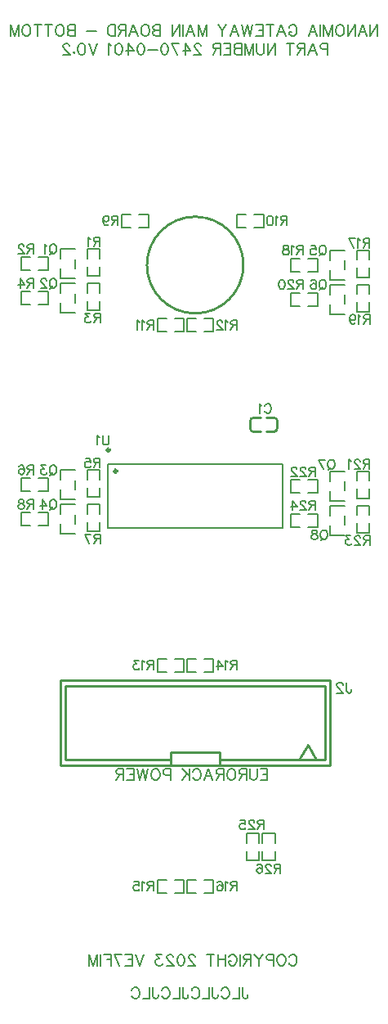
<source format=gbo>
G04 Layer: BottomSilkscreenLayer*
G04 EasyEDA v6.5.29, 2023-07-19 21:55:29*
G04 cd10bac7ed824a03a08366421e07836e,5a6b42c53f6a479593ecc07194224c93,10*
G04 Gerber Generator version 0.2*
G04 Scale: 100 percent, Rotated: No, Reflected: No *
G04 Dimensions in millimeters *
G04 leading zeros omitted , absolute positions ,4 integer and 5 decimal *
%FSLAX45Y45*%
%MOMM*%

%ADD10C,0.2032*%
%ADD11C,0.1524*%
%ADD12C,0.2540*%
%ADD13C,0.3000*%

%LPD*%
D10*
X3029681Y2202017D02*
G01*
X3035137Y2212926D01*
X3046046Y2223836D01*
X3056953Y2229289D01*
X3078772Y2229289D01*
X3089681Y2223836D01*
X3100590Y2212926D01*
X3106046Y2202017D01*
X3111500Y2185654D01*
X3111500Y2158382D01*
X3106046Y2142017D01*
X3100590Y2131108D01*
X3089681Y2120198D01*
X3078772Y2114745D01*
X3056953Y2114745D01*
X3046046Y2120198D01*
X3035137Y2131108D01*
X3029681Y2142017D01*
X2960954Y2229289D02*
G01*
X2971863Y2223836D01*
X2982772Y2212926D01*
X2988228Y2202017D01*
X2993682Y2185654D01*
X2993682Y2158382D01*
X2988228Y2142017D01*
X2982772Y2131108D01*
X2971863Y2120198D01*
X2960954Y2114745D01*
X2939135Y2114745D01*
X2928228Y2120198D01*
X2917319Y2131108D01*
X2911863Y2142017D01*
X2906410Y2158382D01*
X2906410Y2185654D01*
X2911863Y2202017D01*
X2917319Y2212926D01*
X2928228Y2223836D01*
X2939135Y2229289D01*
X2960954Y2229289D01*
X2870410Y2229289D02*
G01*
X2870410Y2114745D01*
X2870410Y2229289D02*
G01*
X2821317Y2229289D01*
X2804955Y2223836D01*
X2799501Y2218382D01*
X2794045Y2207473D01*
X2794045Y2191108D01*
X2799501Y2180198D01*
X2804955Y2174745D01*
X2821317Y2169289D01*
X2870410Y2169289D01*
X2758046Y2229289D02*
G01*
X2714409Y2174745D01*
X2714409Y2114745D01*
X2670774Y2229289D02*
G01*
X2714409Y2174745D01*
X2634772Y2229289D02*
G01*
X2634772Y2114745D01*
X2634772Y2229289D02*
G01*
X2585681Y2229289D01*
X2569319Y2223836D01*
X2563865Y2218382D01*
X2558409Y2207473D01*
X2558409Y2196564D01*
X2563865Y2185654D01*
X2569319Y2180198D01*
X2585681Y2174745D01*
X2634772Y2174745D01*
X2596591Y2174745D02*
G01*
X2558409Y2114745D01*
X2522410Y2229289D02*
G01*
X2522410Y2114745D01*
X2404592Y2202017D02*
G01*
X2410045Y2212926D01*
X2420955Y2223836D01*
X2431864Y2229289D01*
X2453683Y2229289D01*
X2464592Y2223836D01*
X2475501Y2212926D01*
X2480955Y2202017D01*
X2486411Y2185654D01*
X2486411Y2158382D01*
X2480955Y2142017D01*
X2475501Y2131108D01*
X2464592Y2120198D01*
X2453683Y2114745D01*
X2431864Y2114745D01*
X2420955Y2120198D01*
X2410045Y2131108D01*
X2404592Y2142017D01*
X2404592Y2158382D01*
X2431864Y2158382D02*
G01*
X2404592Y2158382D01*
X2368593Y2229289D02*
G01*
X2368593Y2114745D01*
X2292228Y2229289D02*
G01*
X2292228Y2114745D01*
X2368593Y2174745D02*
G01*
X2292228Y2174745D01*
X2218047Y2229289D02*
G01*
X2218047Y2114745D01*
X2256228Y2229289D02*
G01*
X2179866Y2229289D01*
X2054410Y2202017D02*
G01*
X2054410Y2207473D01*
X2048957Y2218382D01*
X2043501Y2223836D01*
X2032591Y2229289D01*
X2010775Y2229289D01*
X1999866Y2223836D01*
X1994410Y2218382D01*
X1988957Y2207473D01*
X1988957Y2196564D01*
X1994410Y2185654D01*
X2005319Y2169289D01*
X2059866Y2114745D01*
X1983501Y2114745D01*
X1914773Y2229289D02*
G01*
X1931139Y2223836D01*
X1942048Y2207473D01*
X1947501Y2180198D01*
X1947501Y2163836D01*
X1942048Y2136564D01*
X1931139Y2120198D01*
X1914773Y2114745D01*
X1903867Y2114745D01*
X1887501Y2120198D01*
X1876592Y2136564D01*
X1871139Y2163836D01*
X1871139Y2180198D01*
X1876592Y2207473D01*
X1887501Y2223836D01*
X1903867Y2229289D01*
X1914773Y2229289D01*
X1829683Y2202017D02*
G01*
X1829683Y2207473D01*
X1824230Y2218382D01*
X1818774Y2223836D01*
X1807865Y2229289D01*
X1786049Y2229289D01*
X1775139Y2223836D01*
X1769684Y2218382D01*
X1764230Y2207473D01*
X1764230Y2196564D01*
X1769684Y2185654D01*
X1780593Y2169289D01*
X1835139Y2114745D01*
X1758774Y2114745D01*
X1711866Y2229289D02*
G01*
X1651866Y2229289D01*
X1684594Y2185654D01*
X1668231Y2185654D01*
X1657322Y2180198D01*
X1651866Y2174745D01*
X1646412Y2158382D01*
X1646412Y2147473D01*
X1651866Y2131108D01*
X1662775Y2120198D01*
X1679138Y2114745D01*
X1695503Y2114745D01*
X1711866Y2120198D01*
X1717321Y2125654D01*
X1722775Y2136564D01*
X1526413Y2229289D02*
G01*
X1482775Y2114745D01*
X1439138Y2229289D02*
G01*
X1482775Y2114745D01*
X1403139Y2229289D02*
G01*
X1403139Y2114745D01*
X1403139Y2229289D02*
G01*
X1332229Y2229289D01*
X1403139Y2174745D02*
G01*
X1359504Y2174745D01*
X1403139Y2114745D02*
G01*
X1332229Y2114745D01*
X1219868Y2229289D02*
G01*
X1274411Y2114745D01*
X1296230Y2229289D02*
G01*
X1219868Y2229289D01*
X1183868Y2229289D02*
G01*
X1183868Y2114745D01*
X1183868Y2229289D02*
G01*
X1112959Y2229289D01*
X1183868Y2174745D02*
G01*
X1140231Y2174745D01*
X1076957Y2229289D02*
G01*
X1076957Y2114745D01*
X1040958Y2229289D02*
G01*
X1040958Y2114745D01*
X1040958Y2229289D02*
G01*
X997323Y2114745D01*
X953686Y2229289D02*
G01*
X997323Y2114745D01*
X953686Y2229289D02*
G01*
X953686Y2114745D01*
X2548890Y1886457D02*
G01*
X2548890Y1799081D01*
X2554477Y1782826D01*
X2559811Y1777237D01*
X2570734Y1771904D01*
X2581656Y1771904D01*
X2592577Y1777237D01*
X2598165Y1782826D01*
X2603500Y1799081D01*
X2603500Y1810004D01*
X2513075Y1886457D02*
G01*
X2513075Y1771904D01*
X2513075Y1771904D02*
G01*
X2447543Y1771904D01*
X2329688Y1859026D02*
G01*
X2335022Y1869947D01*
X2345943Y1880870D01*
X2356865Y1886457D01*
X2378709Y1886457D01*
X2389631Y1880870D01*
X2400554Y1869947D01*
X2406141Y1859026D01*
X2411475Y1842770D01*
X2411475Y1815592D01*
X2406141Y1799081D01*
X2400554Y1788160D01*
X2389631Y1777237D01*
X2378709Y1771904D01*
X2356865Y1771904D01*
X2345943Y1777237D01*
X2335022Y1788160D01*
X2329688Y1799081D01*
X2239263Y1886457D02*
G01*
X2239263Y1799081D01*
X2244597Y1782826D01*
X2249931Y1777237D01*
X2260854Y1771904D01*
X2271775Y1771904D01*
X2282697Y1777237D01*
X2288286Y1782826D01*
X2293620Y1799081D01*
X2293620Y1810004D01*
X2203195Y1886457D02*
G01*
X2203195Y1771904D01*
X2203195Y1771904D02*
G01*
X2137663Y1771904D01*
X2019808Y1859026D02*
G01*
X2025395Y1869947D01*
X2036318Y1880870D01*
X2047240Y1886457D01*
X2068829Y1886457D01*
X2079752Y1880870D01*
X2090674Y1869947D01*
X2096261Y1859026D01*
X2101595Y1842770D01*
X2101595Y1815592D01*
X2096261Y1799081D01*
X2090674Y1788160D01*
X2079752Y1777237D01*
X2068829Y1771904D01*
X2047240Y1771904D01*
X2036318Y1777237D01*
X2025395Y1788160D01*
X2019808Y1799081D01*
X1929384Y1886457D02*
G01*
X1929384Y1799081D01*
X1934718Y1782826D01*
X1940306Y1777237D01*
X1951227Y1771904D01*
X1962150Y1771904D01*
X1973072Y1777237D01*
X1978406Y1782826D01*
X1983740Y1799081D01*
X1983740Y1810004D01*
X1893315Y1886457D02*
G01*
X1893315Y1771904D01*
X1893315Y1771904D02*
G01*
X1827784Y1771904D01*
X1709927Y1859026D02*
G01*
X1715515Y1869947D01*
X1726438Y1880870D01*
X1737359Y1886457D01*
X1759204Y1886457D01*
X1770125Y1880870D01*
X1781047Y1869947D01*
X1786381Y1859026D01*
X1791970Y1842770D01*
X1791970Y1815592D01*
X1786381Y1799081D01*
X1781047Y1788160D01*
X1770125Y1777237D01*
X1759204Y1771904D01*
X1737359Y1771904D01*
X1726438Y1777237D01*
X1715515Y1788160D01*
X1709927Y1799081D01*
X1619504Y1886457D02*
G01*
X1619504Y1799081D01*
X1624838Y1782826D01*
X1630425Y1777237D01*
X1641347Y1771904D01*
X1652270Y1771904D01*
X1663191Y1777237D01*
X1668525Y1782826D01*
X1674113Y1799081D01*
X1674113Y1810004D01*
X1583436Y1886457D02*
G01*
X1583436Y1771904D01*
X1583436Y1771904D02*
G01*
X1518158Y1771904D01*
X1400302Y1859026D02*
G01*
X1405636Y1869947D01*
X1416558Y1880870D01*
X1427479Y1886457D01*
X1449324Y1886457D01*
X1460245Y1880870D01*
X1471168Y1869947D01*
X1476502Y1859026D01*
X1482090Y1842770D01*
X1482090Y1815592D01*
X1476502Y1799081D01*
X1471168Y1788160D01*
X1460245Y1777237D01*
X1449324Y1771904D01*
X1427479Y1771904D01*
X1416558Y1777237D01*
X1405636Y1788160D01*
X1400302Y1799081D01*
X3949700Y11843189D02*
G01*
X3949700Y11728645D01*
X3949700Y11843189D02*
G01*
X3873337Y11728645D01*
X3873337Y11843189D02*
G01*
X3873337Y11728645D01*
X3793700Y11843189D02*
G01*
X3837335Y11728645D01*
X3793700Y11843189D02*
G01*
X3750063Y11728645D01*
X3820972Y11766826D02*
G01*
X3766428Y11766826D01*
X3714064Y11843189D02*
G01*
X3714064Y11728645D01*
X3714064Y11843189D02*
G01*
X3637701Y11728645D01*
X3637701Y11843189D02*
G01*
X3637701Y11728645D01*
X3568974Y11843189D02*
G01*
X3579883Y11837736D01*
X3590790Y11826826D01*
X3596246Y11815917D01*
X3601699Y11799554D01*
X3601699Y11772282D01*
X3596246Y11755917D01*
X3590790Y11745008D01*
X3579883Y11734098D01*
X3568974Y11728645D01*
X3547155Y11728645D01*
X3536246Y11734098D01*
X3525337Y11745008D01*
X3519883Y11755917D01*
X3514427Y11772282D01*
X3514427Y11799554D01*
X3519883Y11815917D01*
X3525337Y11826826D01*
X3536246Y11837736D01*
X3547155Y11843189D01*
X3568974Y11843189D01*
X3478428Y11843189D02*
G01*
X3478428Y11728645D01*
X3478428Y11843189D02*
G01*
X3434791Y11728645D01*
X3391156Y11843189D02*
G01*
X3434791Y11728645D01*
X3391156Y11843189D02*
G01*
X3391156Y11728645D01*
X3355154Y11843189D02*
G01*
X3355154Y11728645D01*
X3275520Y11843189D02*
G01*
X3319155Y11728645D01*
X3275520Y11843189D02*
G01*
X3231883Y11728645D01*
X3302792Y11766826D02*
G01*
X3248245Y11766826D01*
X3030065Y11815917D02*
G01*
X3035520Y11826826D01*
X3046430Y11837736D01*
X3057337Y11843189D01*
X3079155Y11843189D01*
X3090064Y11837736D01*
X3100974Y11826826D01*
X3106430Y11815917D01*
X3111883Y11799554D01*
X3111883Y11772282D01*
X3106430Y11755917D01*
X3100974Y11745008D01*
X3090064Y11734098D01*
X3079155Y11728645D01*
X3057337Y11728645D01*
X3046430Y11734098D01*
X3035520Y11745008D01*
X3030065Y11755917D01*
X3030065Y11772282D01*
X3057337Y11772282D02*
G01*
X3030065Y11772282D01*
X2950428Y11843189D02*
G01*
X2994065Y11728645D01*
X2950428Y11843189D02*
G01*
X2906793Y11728645D01*
X2977702Y11766826D02*
G01*
X2923156Y11766826D01*
X2832610Y11843189D02*
G01*
X2832610Y11728645D01*
X2870791Y11843189D02*
G01*
X2794429Y11843189D01*
X2758429Y11843189D02*
G01*
X2758429Y11728645D01*
X2758429Y11843189D02*
G01*
X2687520Y11843189D01*
X2758429Y11788645D02*
G01*
X2714792Y11788645D01*
X2758429Y11728645D02*
G01*
X2687520Y11728645D01*
X2651521Y11843189D02*
G01*
X2624249Y11728645D01*
X2596974Y11843189D02*
G01*
X2624249Y11728645D01*
X2596974Y11843189D02*
G01*
X2569702Y11728645D01*
X2542430Y11843189D02*
G01*
X2569702Y11728645D01*
X2462794Y11843189D02*
G01*
X2506431Y11728645D01*
X2462794Y11843189D02*
G01*
X2419156Y11728645D01*
X2490066Y11766826D02*
G01*
X2435522Y11766826D01*
X2383157Y11843189D02*
G01*
X2339520Y11788645D01*
X2339520Y11728645D01*
X2295885Y11843189D02*
G01*
X2339520Y11788645D01*
X2175885Y11843189D02*
G01*
X2175885Y11728645D01*
X2175885Y11843189D02*
G01*
X2132248Y11728645D01*
X2088614Y11843189D02*
G01*
X2132248Y11728645D01*
X2088614Y11843189D02*
G01*
X2088614Y11728645D01*
X2008977Y11843189D02*
G01*
X2052612Y11728645D01*
X2008977Y11843189D02*
G01*
X1965340Y11728645D01*
X2036249Y11766826D02*
G01*
X1981702Y11766826D01*
X1929340Y11843189D02*
G01*
X1929340Y11728645D01*
X1893341Y11843189D02*
G01*
X1893341Y11728645D01*
X1893341Y11843189D02*
G01*
X1816976Y11728645D01*
X1816976Y11843189D02*
G01*
X1816976Y11728645D01*
X1696976Y11843189D02*
G01*
X1696976Y11728645D01*
X1696976Y11843189D02*
G01*
X1647885Y11843189D01*
X1631523Y11837736D01*
X1626067Y11832282D01*
X1620613Y11821373D01*
X1620613Y11810464D01*
X1626067Y11799554D01*
X1631523Y11794098D01*
X1647885Y11788645D01*
X1696976Y11788645D02*
G01*
X1647885Y11788645D01*
X1631523Y11783189D01*
X1626067Y11777736D01*
X1620613Y11766826D01*
X1620613Y11750464D01*
X1626067Y11739554D01*
X1631523Y11734098D01*
X1647885Y11728645D01*
X1696976Y11728645D01*
X1551886Y11843189D02*
G01*
X1562795Y11837736D01*
X1573705Y11826826D01*
X1579158Y11815917D01*
X1584614Y11799554D01*
X1584614Y11772282D01*
X1579158Y11755917D01*
X1573705Y11745008D01*
X1562795Y11734098D01*
X1551886Y11728645D01*
X1530068Y11728645D01*
X1519158Y11734098D01*
X1508249Y11745008D01*
X1502796Y11755917D01*
X1497340Y11772282D01*
X1497340Y11799554D01*
X1502796Y11815917D01*
X1508249Y11826826D01*
X1519158Y11837736D01*
X1530068Y11843189D01*
X1551886Y11843189D01*
X1417706Y11843189D02*
G01*
X1461340Y11728645D01*
X1417706Y11843189D02*
G01*
X1374068Y11728645D01*
X1444978Y11766826D02*
G01*
X1390431Y11766826D01*
X1338069Y11843189D02*
G01*
X1338069Y11728645D01*
X1338069Y11843189D02*
G01*
X1288978Y11843189D01*
X1272613Y11837736D01*
X1267160Y11832282D01*
X1261704Y11821373D01*
X1261704Y11810464D01*
X1267160Y11799554D01*
X1272613Y11794098D01*
X1288978Y11788645D01*
X1338069Y11788645D01*
X1299888Y11788645D02*
G01*
X1261704Y11728645D01*
X1225704Y11843189D02*
G01*
X1225704Y11728645D01*
X1225704Y11843189D02*
G01*
X1187523Y11843189D01*
X1171160Y11837736D01*
X1160251Y11826826D01*
X1154795Y11815917D01*
X1149342Y11799554D01*
X1149342Y11772282D01*
X1154795Y11755917D01*
X1160251Y11745008D01*
X1171160Y11734098D01*
X1187523Y11728645D01*
X1225704Y11728645D01*
X1029342Y11777736D02*
G01*
X931161Y11777736D01*
X811161Y11843189D02*
G01*
X811161Y11728645D01*
X811161Y11843189D02*
G01*
X762071Y11843189D01*
X745705Y11837736D01*
X740252Y11832282D01*
X734796Y11821373D01*
X734796Y11810464D01*
X740252Y11799554D01*
X745705Y11794098D01*
X762071Y11788645D01*
X811161Y11788645D02*
G01*
X762071Y11788645D01*
X745705Y11783189D01*
X740252Y11777736D01*
X734796Y11766826D01*
X734796Y11750464D01*
X740252Y11739554D01*
X745705Y11734098D01*
X762071Y11728645D01*
X811161Y11728645D01*
X666069Y11843189D02*
G01*
X676978Y11837736D01*
X687887Y11826826D01*
X693343Y11815917D01*
X698797Y11799554D01*
X698797Y11772282D01*
X693343Y11755917D01*
X687887Y11745008D01*
X676978Y11734098D01*
X666069Y11728645D01*
X644253Y11728645D01*
X633343Y11734098D01*
X622434Y11745008D01*
X616978Y11755917D01*
X611525Y11772282D01*
X611525Y11799554D01*
X616978Y11815917D01*
X622434Y11826826D01*
X633343Y11837736D01*
X644253Y11843189D01*
X666069Y11843189D01*
X537342Y11843189D02*
G01*
X537342Y11728645D01*
X575525Y11843189D02*
G01*
X499160Y11843189D01*
X424980Y11843189D02*
G01*
X424980Y11728645D01*
X463161Y11843189D02*
G01*
X386798Y11843189D01*
X318071Y11843189D02*
G01*
X328980Y11837736D01*
X339890Y11826826D01*
X345343Y11815917D01*
X350796Y11799554D01*
X350796Y11772282D01*
X345343Y11755917D01*
X339890Y11745008D01*
X328980Y11734098D01*
X318071Y11728645D01*
X296252Y11728645D01*
X285343Y11734098D01*
X274434Y11745008D01*
X268980Y11755917D01*
X263525Y11772282D01*
X263525Y11799554D01*
X268980Y11815917D01*
X274434Y11826826D01*
X285343Y11837736D01*
X296252Y11843189D01*
X318071Y11843189D01*
X227525Y11843189D02*
G01*
X227525Y11728645D01*
X227525Y11843189D02*
G01*
X183888Y11728645D01*
X140253Y11843189D02*
G01*
X183888Y11728645D01*
X140253Y11843189D02*
G01*
X140253Y11728645D01*
X3429000Y11652689D02*
G01*
X3429000Y11538145D01*
X3429000Y11652689D02*
G01*
X3379909Y11652689D01*
X3363546Y11647236D01*
X3358090Y11641782D01*
X3352637Y11630873D01*
X3352637Y11614508D01*
X3358090Y11603598D01*
X3363546Y11598145D01*
X3379909Y11592689D01*
X3429000Y11592689D01*
X3273000Y11652689D02*
G01*
X3316635Y11538145D01*
X3273000Y11652689D02*
G01*
X3229363Y11538145D01*
X3300272Y11576326D02*
G01*
X3245728Y11576326D01*
X3193364Y11652689D02*
G01*
X3193364Y11538145D01*
X3193364Y11652689D02*
G01*
X3144273Y11652689D01*
X3127910Y11647236D01*
X3122455Y11641782D01*
X3117001Y11630873D01*
X3117001Y11619964D01*
X3122455Y11609054D01*
X3127910Y11603598D01*
X3144273Y11598145D01*
X3193364Y11598145D01*
X3155182Y11598145D02*
G01*
X3117001Y11538145D01*
X3042818Y11652689D02*
G01*
X3042818Y11538145D01*
X3080999Y11652689D02*
G01*
X3004637Y11652689D01*
X2884637Y11652689D02*
G01*
X2884637Y11538145D01*
X2884637Y11652689D02*
G01*
X2808274Y11538145D01*
X2808274Y11652689D02*
G01*
X2808274Y11538145D01*
X2772272Y11652689D02*
G01*
X2772272Y11570873D01*
X2766819Y11554508D01*
X2755910Y11543598D01*
X2739547Y11538145D01*
X2728638Y11538145D01*
X2712272Y11543598D01*
X2701366Y11554508D01*
X2695910Y11570873D01*
X2695910Y11652689D01*
X2659910Y11652689D02*
G01*
X2659910Y11538145D01*
X2659910Y11652689D02*
G01*
X2616273Y11538145D01*
X2572638Y11652689D02*
G01*
X2616273Y11538145D01*
X2572638Y11652689D02*
G01*
X2572638Y11538145D01*
X2536637Y11652689D02*
G01*
X2536637Y11538145D01*
X2536637Y11652689D02*
G01*
X2487546Y11652689D01*
X2471183Y11647236D01*
X2465730Y11641782D01*
X2460274Y11630873D01*
X2460274Y11619964D01*
X2465730Y11609054D01*
X2471183Y11603598D01*
X2487546Y11598145D01*
X2536637Y11598145D02*
G01*
X2487546Y11598145D01*
X2471183Y11592689D01*
X2465730Y11587236D01*
X2460274Y11576326D01*
X2460274Y11559964D01*
X2465730Y11549054D01*
X2471183Y11543598D01*
X2487546Y11538145D01*
X2536637Y11538145D01*
X2424275Y11652689D02*
G01*
X2424275Y11538145D01*
X2424275Y11652689D02*
G01*
X2353365Y11652689D01*
X2424275Y11598145D02*
G01*
X2380637Y11598145D01*
X2424275Y11538145D02*
G01*
X2353365Y11538145D01*
X2317366Y11652689D02*
G01*
X2317366Y11538145D01*
X2317366Y11652689D02*
G01*
X2268275Y11652689D01*
X2251910Y11647236D01*
X2246457Y11641782D01*
X2241001Y11630873D01*
X2241001Y11619964D01*
X2246457Y11609054D01*
X2251910Y11603598D01*
X2268275Y11598145D01*
X2317366Y11598145D01*
X2279185Y11598145D02*
G01*
X2241001Y11538145D01*
X2115548Y11625417D02*
G01*
X2115548Y11630873D01*
X2110092Y11641782D01*
X2104638Y11647236D01*
X2093729Y11652689D01*
X2071911Y11652689D01*
X2061001Y11647236D01*
X2055548Y11641782D01*
X2050092Y11630873D01*
X2050092Y11619964D01*
X2055548Y11609054D01*
X2066457Y11592689D01*
X2121001Y11538145D01*
X2044639Y11538145D01*
X1954093Y11652689D02*
G01*
X2008639Y11576326D01*
X1926821Y11576326D01*
X1954093Y11652689D02*
G01*
X1954093Y11538145D01*
X1814456Y11652689D02*
G01*
X1869003Y11538145D01*
X1890821Y11652689D02*
G01*
X1814456Y11652689D01*
X1745731Y11652689D02*
G01*
X1762094Y11647236D01*
X1773003Y11630873D01*
X1778457Y11603598D01*
X1778457Y11587236D01*
X1773003Y11559964D01*
X1762094Y11543598D01*
X1745731Y11538145D01*
X1734822Y11538145D01*
X1718457Y11543598D01*
X1707548Y11559964D01*
X1702094Y11587236D01*
X1702094Y11603598D01*
X1707548Y11630873D01*
X1718457Y11647236D01*
X1734822Y11652689D01*
X1745731Y11652689D01*
X1666095Y11587236D02*
G01*
X1567914Y11587236D01*
X1499186Y11652689D02*
G01*
X1515549Y11647236D01*
X1526458Y11630873D01*
X1531912Y11603598D01*
X1531912Y11587236D01*
X1526458Y11559964D01*
X1515549Y11543598D01*
X1499186Y11538145D01*
X1488277Y11538145D01*
X1471912Y11543598D01*
X1461002Y11559964D01*
X1455549Y11587236D01*
X1455549Y11603598D01*
X1461002Y11630873D01*
X1471912Y11647236D01*
X1488277Y11652689D01*
X1499186Y11652689D01*
X1365003Y11652689D02*
G01*
X1419550Y11576326D01*
X1337731Y11576326D01*
X1365003Y11652689D02*
G01*
X1365003Y11538145D01*
X1269004Y11652689D02*
G01*
X1285366Y11647236D01*
X1296276Y11630873D01*
X1301732Y11603598D01*
X1301732Y11587236D01*
X1296276Y11559964D01*
X1285366Y11543598D01*
X1269004Y11538145D01*
X1258095Y11538145D01*
X1241732Y11543598D01*
X1230823Y11559964D01*
X1225367Y11587236D01*
X1225367Y11603598D01*
X1230823Y11630873D01*
X1241732Y11647236D01*
X1258095Y11652689D01*
X1269004Y11652689D01*
X1189367Y11630873D02*
G01*
X1178458Y11636326D01*
X1162095Y11652689D01*
X1162095Y11538145D01*
X1042095Y11652689D02*
G01*
X998458Y11538145D01*
X954824Y11652689D02*
G01*
X998458Y11538145D01*
X886096Y11652689D02*
G01*
X902459Y11647236D01*
X913368Y11630873D01*
X918822Y11603598D01*
X918822Y11587236D01*
X913368Y11559964D01*
X902459Y11543598D01*
X886096Y11538145D01*
X875187Y11538145D01*
X858822Y11543598D01*
X847915Y11559964D01*
X842459Y11587236D01*
X842459Y11603598D01*
X847915Y11630873D01*
X858822Y11647236D01*
X875187Y11652689D01*
X886096Y11652689D01*
X801004Y11565417D02*
G01*
X806460Y11559964D01*
X801004Y11554508D01*
X795550Y11559964D01*
X801004Y11565417D01*
X754095Y11625417D02*
G01*
X754095Y11630873D01*
X748642Y11641782D01*
X743186Y11647236D01*
X732276Y11652689D01*
X710460Y11652689D01*
X699551Y11647236D01*
X694095Y11641782D01*
X688642Y11630873D01*
X688642Y11619964D01*
X694095Y11609054D01*
X705004Y11592689D01*
X759551Y11538145D01*
X683186Y11538145D01*
X2806700Y4146989D02*
G01*
X2806700Y4032445D01*
X2806700Y4146989D02*
G01*
X2735790Y4146989D01*
X2806700Y4092445D02*
G01*
X2763062Y4092445D01*
X2806700Y4032445D02*
G01*
X2735790Y4032445D01*
X2699791Y4146989D02*
G01*
X2699791Y4065173D01*
X2694335Y4048808D01*
X2683428Y4037898D01*
X2667063Y4032445D01*
X2656154Y4032445D01*
X2639791Y4037898D01*
X2628882Y4048808D01*
X2623428Y4065173D01*
X2623428Y4146989D01*
X2587426Y4146989D02*
G01*
X2587426Y4032445D01*
X2587426Y4146989D02*
G01*
X2538336Y4146989D01*
X2521973Y4141536D01*
X2516517Y4136082D01*
X2511064Y4125173D01*
X2511064Y4114264D01*
X2516517Y4103354D01*
X2521973Y4097898D01*
X2538336Y4092445D01*
X2587426Y4092445D01*
X2549245Y4092445D02*
G01*
X2511064Y4032445D01*
X2442336Y4146989D02*
G01*
X2453246Y4141536D01*
X2464155Y4130626D01*
X2469608Y4119717D01*
X2475064Y4103354D01*
X2475064Y4076082D01*
X2469608Y4059717D01*
X2464155Y4048808D01*
X2453246Y4037898D01*
X2442336Y4032445D01*
X2420518Y4032445D01*
X2409609Y4037898D01*
X2398699Y4048808D01*
X2393246Y4059717D01*
X2387790Y4076082D01*
X2387790Y4103354D01*
X2393246Y4119717D01*
X2398699Y4130626D01*
X2409609Y4141536D01*
X2420518Y4146989D01*
X2442336Y4146989D01*
X2351791Y4146989D02*
G01*
X2351791Y4032445D01*
X2351791Y4146989D02*
G01*
X2302700Y4146989D01*
X2286337Y4141536D01*
X2280881Y4136082D01*
X2275428Y4125173D01*
X2275428Y4114264D01*
X2280881Y4103354D01*
X2286337Y4097898D01*
X2302700Y4092445D01*
X2351791Y4092445D01*
X2313609Y4092445D02*
G01*
X2275428Y4032445D01*
X2195791Y4146989D02*
G01*
X2239429Y4032445D01*
X2195791Y4146989D02*
G01*
X2152154Y4032445D01*
X2223063Y4070626D02*
G01*
X2168519Y4070626D01*
X2034336Y4119717D02*
G01*
X2039792Y4130626D01*
X2050702Y4141536D01*
X2061611Y4146989D01*
X2083429Y4146989D01*
X2094336Y4141536D01*
X2105245Y4130626D01*
X2110701Y4119717D01*
X2116155Y4103354D01*
X2116155Y4076082D01*
X2110701Y4059717D01*
X2105245Y4048808D01*
X2094336Y4037898D01*
X2083429Y4032445D01*
X2061611Y4032445D01*
X2050702Y4037898D01*
X2039792Y4048808D01*
X2034336Y4059717D01*
X1998337Y4146989D02*
G01*
X1998337Y4032445D01*
X1921974Y4146989D02*
G01*
X1998337Y4070626D01*
X1971065Y4097898D02*
G01*
X1921974Y4032445D01*
X1801975Y4146989D02*
G01*
X1801975Y4032445D01*
X1801975Y4146989D02*
G01*
X1752884Y4146989D01*
X1736519Y4141536D01*
X1731065Y4136082D01*
X1725612Y4125173D01*
X1725612Y4108808D01*
X1731065Y4097898D01*
X1736519Y4092445D01*
X1752884Y4086989D01*
X1801975Y4086989D01*
X1656885Y4146989D02*
G01*
X1667791Y4141536D01*
X1678701Y4130626D01*
X1684157Y4119717D01*
X1689610Y4103354D01*
X1689610Y4076082D01*
X1684157Y4059717D01*
X1678701Y4048808D01*
X1667791Y4037898D01*
X1656885Y4032445D01*
X1635066Y4032445D01*
X1624157Y4037898D01*
X1613247Y4048808D01*
X1607792Y4059717D01*
X1602338Y4076082D01*
X1602338Y4103354D01*
X1607792Y4119717D01*
X1613247Y4130626D01*
X1624157Y4141536D01*
X1635066Y4146989D01*
X1656885Y4146989D01*
X1566339Y4146989D02*
G01*
X1539067Y4032445D01*
X1511792Y4146989D02*
G01*
X1539067Y4032445D01*
X1511792Y4146989D02*
G01*
X1484520Y4032445D01*
X1457248Y4146989D02*
G01*
X1484520Y4032445D01*
X1421249Y4146989D02*
G01*
X1421249Y4032445D01*
X1421249Y4146989D02*
G01*
X1350340Y4146989D01*
X1421249Y4092445D02*
G01*
X1377612Y4092445D01*
X1421249Y4032445D02*
G01*
X1350340Y4032445D01*
X1314338Y4146989D02*
G01*
X1314338Y4032445D01*
X1314338Y4146989D02*
G01*
X1265247Y4146989D01*
X1248884Y4141536D01*
X1243431Y4136082D01*
X1237975Y4125173D01*
X1237975Y4114264D01*
X1243431Y4103354D01*
X1248884Y4097898D01*
X1265247Y4092445D01*
X1314338Y4092445D01*
X1276156Y4092445D02*
G01*
X1237975Y4032445D01*
D11*
X2776618Y7901381D02*
G01*
X2781162Y7910471D01*
X2790253Y7919562D01*
X2799346Y7924109D01*
X2817528Y7924109D01*
X2826618Y7919562D01*
X2835709Y7910471D01*
X2840253Y7901381D01*
X2844800Y7887746D01*
X2844800Y7865018D01*
X2840253Y7851381D01*
X2835709Y7842290D01*
X2826618Y7833199D01*
X2817528Y7828653D01*
X2799346Y7828653D01*
X2790253Y7833199D01*
X2781162Y7842290D01*
X2776618Y7851381D01*
X2746618Y7905927D02*
G01*
X2737528Y7910471D01*
X2723890Y7924109D01*
X2723890Y7828653D01*
X1161821Y7595052D02*
G01*
X1161821Y7526870D01*
X1157274Y7513233D01*
X1148184Y7504142D01*
X1134549Y7499596D01*
X1125458Y7499596D01*
X1111821Y7504142D01*
X1102730Y7513233D01*
X1098184Y7526870D01*
X1098184Y7595052D01*
X1068184Y7576870D02*
G01*
X1059093Y7581414D01*
X1045458Y7595052D01*
X1045458Y7499596D01*
X2768600Y3618809D02*
G01*
X2768600Y3523353D01*
X2768600Y3618809D02*
G01*
X2727690Y3618809D01*
X2714053Y3614262D01*
X2709509Y3609718D01*
X2704962Y3600627D01*
X2704962Y3591537D01*
X2709509Y3582446D01*
X2714053Y3577899D01*
X2727690Y3573353D01*
X2768600Y3573353D01*
X2736781Y3573353D02*
G01*
X2704962Y3523353D01*
X2670418Y3596081D02*
G01*
X2670418Y3600627D01*
X2665872Y3609718D01*
X2661328Y3614262D01*
X2652237Y3618809D01*
X2634053Y3618809D01*
X2624963Y3614262D01*
X2620418Y3609718D01*
X2615872Y3600627D01*
X2615872Y3591537D01*
X2620418Y3582446D01*
X2629509Y3568809D01*
X2674962Y3523353D01*
X2611328Y3523353D01*
X2526781Y3618809D02*
G01*
X2572237Y3618809D01*
X2576781Y3577899D01*
X2572237Y3582446D01*
X2558600Y3586990D01*
X2544963Y3586990D01*
X2531328Y3582446D01*
X2522237Y3573353D01*
X2517691Y3559718D01*
X2517691Y3550627D01*
X2522237Y3536990D01*
X2531328Y3527899D01*
X2544963Y3523353D01*
X2558600Y3523353D01*
X2572237Y3527899D01*
X2576781Y3532446D01*
X2581328Y3541537D01*
X2940202Y3163031D02*
G01*
X2940202Y3067575D01*
X2940202Y3163031D02*
G01*
X2899293Y3163031D01*
X2885655Y3158484D01*
X2881111Y3153940D01*
X2876565Y3144850D01*
X2876565Y3135759D01*
X2881111Y3126668D01*
X2885655Y3122122D01*
X2899293Y3117575D01*
X2940202Y3117575D01*
X2908383Y3117575D02*
G01*
X2876565Y3067575D01*
X2842021Y3140303D02*
G01*
X2842021Y3144850D01*
X2837474Y3153940D01*
X2832930Y3158484D01*
X2823839Y3163031D01*
X2805656Y3163031D01*
X2796565Y3158484D01*
X2792021Y3153940D01*
X2787474Y3144850D01*
X2787474Y3135759D01*
X2792021Y3126668D01*
X2801111Y3113031D01*
X2846565Y3067575D01*
X2782930Y3067575D01*
X2698384Y3149394D02*
G01*
X2702930Y3158484D01*
X2716565Y3163031D01*
X2725656Y3163031D01*
X2739293Y3158484D01*
X2748384Y3144850D01*
X2752930Y3122122D01*
X2752930Y3099394D01*
X2748384Y3081213D01*
X2739293Y3072122D01*
X2725656Y3067575D01*
X2721112Y3067575D01*
X2707474Y3072122D01*
X2698384Y3081213D01*
X2693840Y3094850D01*
X2693840Y3099394D01*
X2698384Y3113031D01*
X2707474Y3122122D01*
X2721112Y3126668D01*
X2725656Y3126668D01*
X2739293Y3122122D01*
X2748384Y3113031D01*
X2752930Y3099394D01*
X1257300Y9867209D02*
G01*
X1257300Y9771753D01*
X1257300Y9867209D02*
G01*
X1216390Y9867209D01*
X1202753Y9862662D01*
X1198209Y9858118D01*
X1193662Y9849027D01*
X1193662Y9839937D01*
X1198209Y9830846D01*
X1202753Y9826299D01*
X1216390Y9821753D01*
X1257300Y9821753D01*
X1225481Y9821753D02*
G01*
X1193662Y9771753D01*
X1104572Y9835390D02*
G01*
X1109118Y9821753D01*
X1118209Y9812662D01*
X1131846Y9808118D01*
X1136390Y9808118D01*
X1150028Y9812662D01*
X1159118Y9821753D01*
X1163662Y9835390D01*
X1163662Y9839937D01*
X1159118Y9853571D01*
X1150028Y9862662D01*
X1136390Y9867209D01*
X1131846Y9867209D01*
X1118209Y9862662D01*
X1109118Y9853571D01*
X1104572Y9835390D01*
X1104572Y9812662D01*
X1109118Y9789937D01*
X1118209Y9776299D01*
X1131846Y9771753D01*
X1140937Y9771753D01*
X1154572Y9776299D01*
X1159118Y9785390D01*
X3009900Y9867209D02*
G01*
X3009900Y9771753D01*
X3009900Y9867209D02*
G01*
X2968990Y9867209D01*
X2955353Y9862662D01*
X2950809Y9858118D01*
X2946262Y9849027D01*
X2946262Y9839937D01*
X2950809Y9830846D01*
X2955353Y9826299D01*
X2968990Y9821753D01*
X3009900Y9821753D01*
X2978081Y9821753D02*
G01*
X2946262Y9771753D01*
X2916262Y9849027D02*
G01*
X2907172Y9853571D01*
X2893537Y9867209D01*
X2893537Y9771753D01*
X2836263Y9867209D02*
G01*
X2849900Y9862662D01*
X2858990Y9849027D01*
X2863537Y9826299D01*
X2863537Y9812662D01*
X2858990Y9789937D01*
X2849900Y9776299D01*
X2836263Y9771753D01*
X2827172Y9771753D01*
X2813537Y9776299D01*
X2804447Y9789937D01*
X2799900Y9812662D01*
X2799900Y9826299D01*
X2804447Y9849027D01*
X2813537Y9862662D01*
X2827172Y9867209D01*
X2836263Y9867209D01*
X1625600Y8787709D02*
G01*
X1625600Y8692253D01*
X1625600Y8787709D02*
G01*
X1584690Y8787709D01*
X1571053Y8783162D01*
X1566509Y8778618D01*
X1561962Y8769527D01*
X1561962Y8760437D01*
X1566509Y8751346D01*
X1571053Y8746799D01*
X1584690Y8742253D01*
X1625600Y8742253D01*
X1593781Y8742253D02*
G01*
X1561962Y8692253D01*
X1531962Y8769527D02*
G01*
X1522872Y8774071D01*
X1509237Y8787709D01*
X1509237Y8692253D01*
X1479237Y8769527D02*
G01*
X1470146Y8774071D01*
X1456509Y8787709D01*
X1456509Y8692253D01*
X2489200Y8787709D02*
G01*
X2489200Y8692253D01*
X2489200Y8787709D02*
G01*
X2448290Y8787709D01*
X2434653Y8783162D01*
X2430109Y8778618D01*
X2425562Y8769527D01*
X2425562Y8760437D01*
X2430109Y8751346D01*
X2434653Y8746799D01*
X2448290Y8742253D01*
X2489200Y8742253D01*
X2457381Y8742253D02*
G01*
X2425562Y8692253D01*
X2395562Y8769527D02*
G01*
X2386472Y8774071D01*
X2372837Y8787709D01*
X2372837Y8692253D01*
X2338290Y8764981D02*
G01*
X2338290Y8769527D01*
X2333746Y8778618D01*
X2329200Y8783162D01*
X2320109Y8787709D01*
X2301928Y8787709D01*
X2292837Y8783162D01*
X2288291Y8778618D01*
X2283747Y8769527D01*
X2283747Y8760437D01*
X2288291Y8751346D01*
X2297381Y8737709D01*
X2342837Y8692253D01*
X2279200Y8692253D01*
X1625600Y5269809D02*
G01*
X1625600Y5174353D01*
X1625600Y5269809D02*
G01*
X1584690Y5269809D01*
X1571053Y5265262D01*
X1566509Y5260718D01*
X1561962Y5251627D01*
X1561962Y5242537D01*
X1566509Y5233446D01*
X1571053Y5228899D01*
X1584690Y5224353D01*
X1625600Y5224353D01*
X1593781Y5224353D02*
G01*
X1561962Y5174353D01*
X1531962Y5251627D02*
G01*
X1522872Y5256171D01*
X1509237Y5269809D01*
X1509237Y5174353D01*
X1470146Y5269809D02*
G01*
X1420147Y5269809D01*
X1447418Y5233446D01*
X1433781Y5233446D01*
X1424691Y5228899D01*
X1420147Y5224353D01*
X1415600Y5210718D01*
X1415600Y5201627D01*
X1420147Y5187990D01*
X1429237Y5178899D01*
X1442872Y5174353D01*
X1456509Y5174353D01*
X1470146Y5178899D01*
X1474690Y5183446D01*
X1479237Y5192537D01*
X2489200Y5269809D02*
G01*
X2489200Y5174353D01*
X2489200Y5269809D02*
G01*
X2448290Y5269809D01*
X2434653Y5265262D01*
X2430109Y5260718D01*
X2425562Y5251627D01*
X2425562Y5242537D01*
X2430109Y5233446D01*
X2434653Y5228899D01*
X2448290Y5224353D01*
X2489200Y5224353D01*
X2457381Y5224353D02*
G01*
X2425562Y5174353D01*
X2395562Y5251627D02*
G01*
X2386472Y5256171D01*
X2372837Y5269809D01*
X2372837Y5174353D01*
X2297381Y5269809D02*
G01*
X2342837Y5206171D01*
X2274653Y5206171D01*
X2297381Y5269809D02*
G01*
X2297381Y5174353D01*
X1625600Y2983809D02*
G01*
X1625600Y2888353D01*
X1625600Y2983809D02*
G01*
X1584690Y2983809D01*
X1571053Y2979262D01*
X1566509Y2974718D01*
X1561962Y2965627D01*
X1561962Y2956537D01*
X1566509Y2947446D01*
X1571053Y2942899D01*
X1584690Y2938353D01*
X1625600Y2938353D01*
X1593781Y2938353D02*
G01*
X1561962Y2888353D01*
X1531962Y2965627D02*
G01*
X1522872Y2970171D01*
X1509237Y2983809D01*
X1509237Y2888353D01*
X1424691Y2983809D02*
G01*
X1470146Y2983809D01*
X1474690Y2942899D01*
X1470146Y2947446D01*
X1456509Y2951990D01*
X1442872Y2951990D01*
X1429237Y2947446D01*
X1420147Y2938353D01*
X1415600Y2924718D01*
X1415600Y2915627D01*
X1420147Y2901990D01*
X1429237Y2892899D01*
X1442872Y2888353D01*
X1456509Y2888353D01*
X1470146Y2892899D01*
X1474690Y2897446D01*
X1479237Y2906537D01*
X2489200Y2983809D02*
G01*
X2489200Y2888353D01*
X2489200Y2983809D02*
G01*
X2448290Y2983809D01*
X2434653Y2979262D01*
X2430109Y2974718D01*
X2425562Y2965627D01*
X2425562Y2956537D01*
X2430109Y2947446D01*
X2434653Y2942899D01*
X2448290Y2938353D01*
X2489200Y2938353D01*
X2457381Y2938353D02*
G01*
X2425562Y2888353D01*
X2395562Y2965627D02*
G01*
X2386472Y2970171D01*
X2372837Y2983809D01*
X2372837Y2888353D01*
X2288291Y2970171D02*
G01*
X2292837Y2979262D01*
X2306472Y2983809D01*
X2315563Y2983809D01*
X2329200Y2979262D01*
X2338290Y2965627D01*
X2342837Y2942899D01*
X2342837Y2920171D01*
X2338290Y2901990D01*
X2329200Y2892899D01*
X2315563Y2888353D01*
X2311018Y2888353D01*
X2297381Y2892899D01*
X2288291Y2901990D01*
X2283747Y2915627D01*
X2283747Y2920171D01*
X2288291Y2933809D01*
X2297381Y2942899D01*
X2311018Y2947446D01*
X2315563Y2947446D01*
X2329200Y2942899D01*
X2338290Y2933809D01*
X2342837Y2920171D01*
X3175000Y9206809D02*
G01*
X3175000Y9111353D01*
X3175000Y9206809D02*
G01*
X3134090Y9206809D01*
X3120453Y9202262D01*
X3115909Y9197718D01*
X3111362Y9188627D01*
X3111362Y9179537D01*
X3115909Y9170446D01*
X3120453Y9165899D01*
X3134090Y9161353D01*
X3175000Y9161353D01*
X3143181Y9161353D02*
G01*
X3111362Y9111353D01*
X3076818Y9184081D02*
G01*
X3076818Y9188627D01*
X3072272Y9197718D01*
X3067728Y9202262D01*
X3058637Y9206809D01*
X3040453Y9206809D01*
X3031363Y9202262D01*
X3026818Y9197718D01*
X3022272Y9188627D01*
X3022272Y9179537D01*
X3026818Y9170446D01*
X3035909Y9156809D01*
X3081362Y9111353D01*
X3017728Y9111353D01*
X2960453Y9206809D02*
G01*
X2974091Y9202262D01*
X2983181Y9188627D01*
X2987728Y9165899D01*
X2987728Y9152262D01*
X2983181Y9129537D01*
X2974091Y9115899D01*
X2960453Y9111353D01*
X2951363Y9111353D01*
X2937728Y9115899D01*
X2928637Y9129537D01*
X2924091Y9152262D01*
X2924091Y9165899D01*
X2928637Y9188627D01*
X2937728Y9202262D01*
X2951363Y9206809D01*
X2960453Y9206809D01*
X3865676Y8846433D02*
G01*
X3865676Y8750978D01*
X3865676Y8846433D02*
G01*
X3824767Y8846433D01*
X3811130Y8841887D01*
X3806586Y8837343D01*
X3802039Y8828252D01*
X3802039Y8819161D01*
X3806586Y8810071D01*
X3811130Y8805524D01*
X3824767Y8800978D01*
X3865676Y8800978D01*
X3833858Y8800978D02*
G01*
X3802039Y8750978D01*
X3772039Y8828252D02*
G01*
X3762949Y8832796D01*
X3749314Y8846433D01*
X3749314Y8750978D01*
X3660223Y8814615D02*
G01*
X3664767Y8800978D01*
X3673858Y8791887D01*
X3687495Y8787343D01*
X3692039Y8787343D01*
X3705677Y8791887D01*
X3714767Y8800978D01*
X3719314Y8814615D01*
X3719314Y8819161D01*
X3714767Y8832796D01*
X3705677Y8841887D01*
X3692039Y8846433D01*
X3687495Y8846433D01*
X3673858Y8841887D01*
X3664767Y8832796D01*
X3660223Y8814615D01*
X3660223Y8791887D01*
X3664767Y8769162D01*
X3673858Y8755524D01*
X3687495Y8750978D01*
X3696586Y8750978D01*
X3710223Y8755524D01*
X3714767Y8764615D01*
X3389028Y9206809D02*
G01*
X3398118Y9202262D01*
X3407209Y9193171D01*
X3411753Y9184081D01*
X3416300Y9170446D01*
X3416300Y9147718D01*
X3411753Y9134081D01*
X3407209Y9124990D01*
X3398118Y9115899D01*
X3389028Y9111353D01*
X3370846Y9111353D01*
X3361753Y9115899D01*
X3352662Y9124990D01*
X3348118Y9134081D01*
X3343572Y9147718D01*
X3343572Y9170446D01*
X3348118Y9184081D01*
X3352662Y9193171D01*
X3361753Y9202262D01*
X3370846Y9206809D01*
X3389028Y9206809D01*
X3375390Y9129537D02*
G01*
X3348118Y9102262D01*
X3259028Y9193171D02*
G01*
X3263572Y9202262D01*
X3277209Y9206809D01*
X3286300Y9206809D01*
X3299937Y9202262D01*
X3309028Y9188627D01*
X3313572Y9165899D01*
X3313572Y9143171D01*
X3309028Y9124990D01*
X3299937Y9115899D01*
X3286300Y9111353D01*
X3281753Y9111353D01*
X3268118Y9115899D01*
X3259028Y9124990D01*
X3254481Y9138627D01*
X3254481Y9143171D01*
X3259028Y9156809D01*
X3268118Y9165899D01*
X3281753Y9170446D01*
X3286300Y9170446D01*
X3299937Y9165899D01*
X3309028Y9156809D01*
X3313572Y9143171D01*
X3175000Y9562409D02*
G01*
X3175000Y9466953D01*
X3175000Y9562409D02*
G01*
X3134090Y9562409D01*
X3120453Y9557862D01*
X3115909Y9553318D01*
X3111362Y9544227D01*
X3111362Y9535137D01*
X3115909Y9526046D01*
X3120453Y9521499D01*
X3134090Y9516953D01*
X3175000Y9516953D01*
X3143181Y9516953D02*
G01*
X3111362Y9466953D01*
X3081362Y9544227D02*
G01*
X3072272Y9548771D01*
X3058637Y9562409D01*
X3058637Y9466953D01*
X3005909Y9562409D02*
G01*
X3019546Y9557862D01*
X3024090Y9548771D01*
X3024090Y9539681D01*
X3019546Y9530590D01*
X3010453Y9526046D01*
X2992272Y9521499D01*
X2978637Y9516953D01*
X2969547Y9507862D01*
X2965000Y9498771D01*
X2965000Y9485137D01*
X2969547Y9476046D01*
X2974091Y9471499D01*
X2987728Y9466953D01*
X3005909Y9466953D01*
X3019546Y9471499D01*
X3024090Y9476046D01*
X3028637Y9485137D01*
X3028637Y9498771D01*
X3024090Y9507862D01*
X3015000Y9516953D01*
X3001363Y9521499D01*
X2983181Y9526046D01*
X2974091Y9530590D01*
X2969547Y9539681D01*
X2969547Y9548771D01*
X2974091Y9557862D01*
X2987728Y9562409D01*
X3005909Y9562409D01*
X3862882Y9633833D02*
G01*
X3862882Y9538378D01*
X3862882Y9633833D02*
G01*
X3821973Y9633833D01*
X3808336Y9629287D01*
X3803792Y9624743D01*
X3799245Y9615652D01*
X3799245Y9606561D01*
X3803792Y9597471D01*
X3808336Y9592924D01*
X3821973Y9588378D01*
X3862882Y9588378D01*
X3831064Y9588378D02*
G01*
X3799245Y9538378D01*
X3769245Y9615652D02*
G01*
X3760155Y9620196D01*
X3746520Y9633833D01*
X3746520Y9538378D01*
X3652883Y9633833D02*
G01*
X3698336Y9538378D01*
X3716520Y9633833D02*
G01*
X3652883Y9633833D01*
X3389028Y9562409D02*
G01*
X3398118Y9557862D01*
X3407209Y9548771D01*
X3411753Y9539681D01*
X3416300Y9526046D01*
X3416300Y9503318D01*
X3411753Y9489681D01*
X3407209Y9480590D01*
X3398118Y9471499D01*
X3389028Y9466953D01*
X3370846Y9466953D01*
X3361753Y9471499D01*
X3352662Y9480590D01*
X3348118Y9489681D01*
X3343572Y9503318D01*
X3343572Y9526046D01*
X3348118Y9539681D01*
X3352662Y9548771D01*
X3361753Y9557862D01*
X3370846Y9562409D01*
X3389028Y9562409D01*
X3375390Y9485137D02*
G01*
X3348118Y9457862D01*
X3259028Y9562409D02*
G01*
X3304481Y9562409D01*
X3309028Y9521499D01*
X3304481Y9526046D01*
X3290846Y9530590D01*
X3277209Y9530590D01*
X3263572Y9526046D01*
X3254481Y9516953D01*
X3249937Y9503318D01*
X3249937Y9494227D01*
X3254481Y9480590D01*
X3263572Y9471499D01*
X3277209Y9466953D01*
X3290846Y9466953D01*
X3304481Y9471499D01*
X3309028Y9476046D01*
X3313572Y9485137D01*
X3477928Y7346843D02*
G01*
X3487018Y7342296D01*
X3496109Y7333206D01*
X3500653Y7324115D01*
X3505200Y7310480D01*
X3505200Y7287752D01*
X3500653Y7274115D01*
X3496109Y7265024D01*
X3487018Y7255934D01*
X3477928Y7251387D01*
X3459746Y7251387D01*
X3450653Y7255934D01*
X3441562Y7265024D01*
X3437018Y7274115D01*
X3432472Y7287752D01*
X3432472Y7310480D01*
X3437018Y7324115D01*
X3441562Y7333206D01*
X3450653Y7342296D01*
X3459746Y7346843D01*
X3477928Y7346843D01*
X3464290Y7269571D02*
G01*
X3437018Y7242296D01*
X3338837Y7346843D02*
G01*
X3384290Y7251387D01*
X3402472Y7346843D02*
G01*
X3338837Y7346843D01*
X3862882Y7347833D02*
G01*
X3862882Y7252378D01*
X3862882Y7347833D02*
G01*
X3821973Y7347833D01*
X3808336Y7343287D01*
X3803792Y7338743D01*
X3799245Y7329652D01*
X3799245Y7320561D01*
X3803792Y7311471D01*
X3808336Y7306924D01*
X3821973Y7302378D01*
X3862882Y7302378D01*
X3831064Y7302378D02*
G01*
X3799245Y7252378D01*
X3764701Y7325105D02*
G01*
X3764701Y7329652D01*
X3760155Y7338743D01*
X3755610Y7343287D01*
X3746520Y7347833D01*
X3728336Y7347833D01*
X3719245Y7343287D01*
X3714701Y7338743D01*
X3710155Y7329652D01*
X3710155Y7320561D01*
X3714701Y7311471D01*
X3723792Y7297834D01*
X3769245Y7252378D01*
X3705611Y7252378D01*
X3675611Y7329652D02*
G01*
X3666520Y7334196D01*
X3652883Y7347833D01*
X3652883Y7252378D01*
X3302000Y7270643D02*
G01*
X3302000Y7175187D01*
X3302000Y7270643D02*
G01*
X3261090Y7270643D01*
X3247453Y7266096D01*
X3242909Y7261552D01*
X3238362Y7252462D01*
X3238362Y7243371D01*
X3242909Y7234280D01*
X3247453Y7229734D01*
X3261090Y7225187D01*
X3302000Y7225187D01*
X3270181Y7225187D02*
G01*
X3238362Y7175187D01*
X3203818Y7247915D02*
G01*
X3203818Y7252462D01*
X3199272Y7261552D01*
X3194728Y7266096D01*
X3185637Y7270643D01*
X3167453Y7270643D01*
X3158363Y7266096D01*
X3153818Y7261552D01*
X3149272Y7252462D01*
X3149272Y7243371D01*
X3153818Y7234280D01*
X3162909Y7220643D01*
X3208362Y7175187D01*
X3144728Y7175187D01*
X3110181Y7247915D02*
G01*
X3110181Y7252462D01*
X3105637Y7261552D01*
X3101091Y7266096D01*
X3092000Y7270643D01*
X3073819Y7270643D01*
X3064728Y7266096D01*
X3060181Y7261552D01*
X3055637Y7252462D01*
X3055637Y7243371D01*
X3060181Y7234280D01*
X3069272Y7220643D01*
X3114728Y7175187D01*
X3051091Y7175187D01*
X3401728Y6618320D02*
G01*
X3410818Y6613773D01*
X3419909Y6604683D01*
X3424453Y6595592D01*
X3429000Y6581957D01*
X3429000Y6559229D01*
X3424453Y6545592D01*
X3419909Y6536502D01*
X3410818Y6527411D01*
X3401728Y6522864D01*
X3383546Y6522864D01*
X3374453Y6527411D01*
X3365362Y6536502D01*
X3360818Y6545592D01*
X3356272Y6559229D01*
X3356272Y6581957D01*
X3360818Y6595592D01*
X3365362Y6604683D01*
X3374453Y6613773D01*
X3383546Y6618320D01*
X3401728Y6618320D01*
X3388090Y6541048D02*
G01*
X3360818Y6513774D01*
X3303546Y6618320D02*
G01*
X3317181Y6613773D01*
X3321728Y6604683D01*
X3321728Y6595592D01*
X3317181Y6586501D01*
X3308090Y6581957D01*
X3289909Y6577411D01*
X3276272Y6572864D01*
X3267181Y6563774D01*
X3262637Y6554683D01*
X3262637Y6541048D01*
X3267181Y6531957D01*
X3271728Y6527411D01*
X3285363Y6522864D01*
X3303546Y6522864D01*
X3317181Y6527411D01*
X3321728Y6531957D01*
X3326272Y6541048D01*
X3326272Y6554683D01*
X3321728Y6563774D01*
X3312637Y6572864D01*
X3299000Y6577411D01*
X3280818Y6581957D01*
X3271728Y6586501D01*
X3267181Y6595592D01*
X3267181Y6604683D01*
X3271728Y6613773D01*
X3285363Y6618320D01*
X3303546Y6618320D01*
X3865676Y6560433D02*
G01*
X3865676Y6464978D01*
X3865676Y6560433D02*
G01*
X3824767Y6560433D01*
X3811130Y6555887D01*
X3806586Y6551343D01*
X3802039Y6542252D01*
X3802039Y6533161D01*
X3806586Y6524071D01*
X3811130Y6519524D01*
X3824767Y6514978D01*
X3865676Y6514978D01*
X3833858Y6514978D02*
G01*
X3802039Y6464978D01*
X3767495Y6537705D02*
G01*
X3767495Y6542252D01*
X3762949Y6551343D01*
X3758404Y6555887D01*
X3749314Y6560433D01*
X3731130Y6560433D01*
X3722039Y6555887D01*
X3717495Y6551343D01*
X3712949Y6542252D01*
X3712949Y6533161D01*
X3717495Y6524071D01*
X3726586Y6510434D01*
X3772039Y6464978D01*
X3708405Y6464978D01*
X3669314Y6560433D02*
G01*
X3619314Y6560433D01*
X3646586Y6524071D01*
X3632949Y6524071D01*
X3623858Y6519524D01*
X3619314Y6514978D01*
X3614767Y6501343D01*
X3614767Y6492252D01*
X3619314Y6478615D01*
X3628405Y6469524D01*
X3642039Y6464978D01*
X3655677Y6464978D01*
X3669314Y6469524D01*
X3673858Y6474071D01*
X3678405Y6483162D01*
X3302000Y6923120D02*
G01*
X3302000Y6827664D01*
X3302000Y6923120D02*
G01*
X3261090Y6923120D01*
X3247453Y6918573D01*
X3242909Y6914029D01*
X3238362Y6904939D01*
X3238362Y6895848D01*
X3242909Y6886757D01*
X3247453Y6882211D01*
X3261090Y6877664D01*
X3302000Y6877664D01*
X3270181Y6877664D02*
G01*
X3238362Y6827664D01*
X3203818Y6900392D02*
G01*
X3203818Y6904939D01*
X3199272Y6914029D01*
X3194728Y6918573D01*
X3185637Y6923120D01*
X3167453Y6923120D01*
X3158363Y6918573D01*
X3153818Y6914029D01*
X3149272Y6904939D01*
X3149272Y6895848D01*
X3153818Y6886757D01*
X3162909Y6873120D01*
X3208362Y6827664D01*
X3144728Y6827664D01*
X3069272Y6923120D02*
G01*
X3114728Y6859483D01*
X3046547Y6859483D01*
X3069272Y6923120D02*
G01*
X3069272Y6827664D01*
X595028Y9575109D02*
G01*
X604118Y9570562D01*
X613209Y9561471D01*
X617753Y9552381D01*
X622300Y9538746D01*
X622300Y9516018D01*
X617753Y9502381D01*
X613209Y9493290D01*
X604118Y9484199D01*
X595028Y9479653D01*
X576846Y9479653D01*
X567753Y9484199D01*
X558662Y9493290D01*
X554118Y9502381D01*
X549572Y9516018D01*
X549572Y9538746D01*
X554118Y9552381D01*
X558662Y9561471D01*
X567753Y9570562D01*
X576846Y9575109D01*
X595028Y9575109D01*
X581390Y9497837D02*
G01*
X554118Y9470562D01*
X519572Y9556927D02*
G01*
X510481Y9561471D01*
X496846Y9575109D01*
X496846Y9479653D01*
X1068882Y9646533D02*
G01*
X1068882Y9551078D01*
X1068882Y9646533D02*
G01*
X1027973Y9646533D01*
X1014336Y9641987D01*
X1009792Y9637443D01*
X1005245Y9628352D01*
X1005245Y9619261D01*
X1009792Y9610171D01*
X1014336Y9605624D01*
X1027973Y9601078D01*
X1068882Y9601078D01*
X1037064Y9601078D02*
G01*
X1005245Y9551078D01*
X975245Y9628352D02*
G01*
X966155Y9632896D01*
X952520Y9646533D01*
X952520Y9551078D01*
X381000Y9575109D02*
G01*
X381000Y9479653D01*
X381000Y9575109D02*
G01*
X340090Y9575109D01*
X326453Y9570562D01*
X321909Y9566018D01*
X317362Y9556927D01*
X317362Y9547837D01*
X321909Y9538746D01*
X326453Y9534199D01*
X340090Y9529653D01*
X381000Y9529653D01*
X349181Y9529653D02*
G01*
X317362Y9479653D01*
X282818Y9552381D02*
G01*
X282818Y9556927D01*
X278272Y9566018D01*
X273728Y9570562D01*
X264637Y9575109D01*
X246453Y9575109D01*
X237362Y9570562D01*
X232818Y9566018D01*
X228272Y9556927D01*
X228272Y9547837D01*
X232818Y9538746D01*
X241909Y9525109D01*
X287362Y9479653D01*
X223728Y9479653D01*
X595028Y9219509D02*
G01*
X604118Y9214962D01*
X613209Y9205871D01*
X617753Y9196781D01*
X622300Y9183146D01*
X622300Y9160418D01*
X617753Y9146781D01*
X613209Y9137690D01*
X604118Y9128599D01*
X595028Y9124053D01*
X576846Y9124053D01*
X567753Y9128599D01*
X558662Y9137690D01*
X554118Y9146781D01*
X549572Y9160418D01*
X549572Y9183146D01*
X554118Y9196781D01*
X558662Y9205871D01*
X567753Y9214962D01*
X576846Y9219509D01*
X595028Y9219509D01*
X581390Y9142237D02*
G01*
X554118Y9114962D01*
X515028Y9196781D02*
G01*
X515028Y9201327D01*
X510481Y9210418D01*
X505937Y9214962D01*
X496846Y9219509D01*
X478662Y9219509D01*
X469572Y9214962D01*
X465028Y9210418D01*
X460481Y9201327D01*
X460481Y9192237D01*
X465028Y9183146D01*
X474118Y9169509D01*
X519572Y9124053D01*
X455937Y9124053D01*
X1071676Y8859133D02*
G01*
X1071676Y8763678D01*
X1071676Y8859133D02*
G01*
X1030767Y8859133D01*
X1017130Y8854587D01*
X1012586Y8850043D01*
X1008039Y8840952D01*
X1008039Y8831861D01*
X1012586Y8822771D01*
X1017130Y8818224D01*
X1030767Y8813678D01*
X1071676Y8813678D01*
X1039858Y8813678D02*
G01*
X1008039Y8763678D01*
X968949Y8859133D02*
G01*
X918949Y8859133D01*
X946223Y8822771D01*
X932586Y8822771D01*
X923495Y8818224D01*
X918949Y8813678D01*
X914405Y8800043D01*
X914405Y8790952D01*
X918949Y8777315D01*
X928039Y8768224D01*
X941677Y8763678D01*
X955314Y8763678D01*
X968949Y8768224D01*
X973495Y8772771D01*
X978039Y8781862D01*
X381000Y9219509D02*
G01*
X381000Y9124053D01*
X381000Y9219509D02*
G01*
X340090Y9219509D01*
X326453Y9214962D01*
X321909Y9210418D01*
X317362Y9201327D01*
X317362Y9192237D01*
X321909Y9183146D01*
X326453Y9178599D01*
X340090Y9174053D01*
X381000Y9174053D01*
X349181Y9174053D02*
G01*
X317362Y9124053D01*
X241909Y9219509D02*
G01*
X287362Y9155871D01*
X219181Y9155871D01*
X241909Y9219509D02*
G01*
X241909Y9124053D01*
X381000Y6933509D02*
G01*
X381000Y6838053D01*
X381000Y6933509D02*
G01*
X340090Y6933509D01*
X326453Y6928962D01*
X321909Y6924418D01*
X317362Y6915327D01*
X317362Y6906237D01*
X321909Y6897146D01*
X326453Y6892599D01*
X340090Y6888053D01*
X381000Y6888053D01*
X349181Y6888053D02*
G01*
X317362Y6838053D01*
X264637Y6933509D02*
G01*
X278272Y6928962D01*
X282818Y6919871D01*
X282818Y6910781D01*
X278272Y6901690D01*
X269181Y6897146D01*
X251000Y6892599D01*
X237362Y6888053D01*
X228272Y6878962D01*
X223728Y6869871D01*
X223728Y6856237D01*
X228272Y6847146D01*
X232818Y6842599D01*
X246453Y6838053D01*
X264637Y6838053D01*
X278272Y6842599D01*
X282818Y6847146D01*
X287362Y6856237D01*
X287362Y6869871D01*
X282818Y6878962D01*
X273728Y6888053D01*
X260090Y6892599D01*
X241909Y6897146D01*
X232818Y6901690D01*
X228272Y6910781D01*
X228272Y6919871D01*
X232818Y6928962D01*
X246453Y6933509D01*
X264637Y6933509D01*
X1071676Y6573133D02*
G01*
X1071676Y6477678D01*
X1071676Y6573133D02*
G01*
X1030767Y6573133D01*
X1017130Y6568587D01*
X1012586Y6564043D01*
X1008039Y6554952D01*
X1008039Y6545861D01*
X1012586Y6536771D01*
X1017130Y6532224D01*
X1030767Y6527678D01*
X1071676Y6527678D01*
X1039858Y6527678D02*
G01*
X1008039Y6477678D01*
X914405Y6573133D02*
G01*
X959858Y6477678D01*
X978039Y6573133D02*
G01*
X914405Y6573133D01*
X595028Y6933509D02*
G01*
X604118Y6928962D01*
X613209Y6919871D01*
X617753Y6910781D01*
X622300Y6897146D01*
X622300Y6874418D01*
X617753Y6860781D01*
X613209Y6851690D01*
X604118Y6842599D01*
X595028Y6838053D01*
X576846Y6838053D01*
X567753Y6842599D01*
X558662Y6851690D01*
X554118Y6860781D01*
X549572Y6874418D01*
X549572Y6897146D01*
X554118Y6910781D01*
X558662Y6919871D01*
X567753Y6928962D01*
X576846Y6933509D01*
X595028Y6933509D01*
X581390Y6856237D02*
G01*
X554118Y6828962D01*
X474118Y6933509D02*
G01*
X519572Y6869871D01*
X451391Y6869871D01*
X474118Y6933509D02*
G01*
X474118Y6838053D01*
X381000Y7289109D02*
G01*
X381000Y7193653D01*
X381000Y7289109D02*
G01*
X340090Y7289109D01*
X326453Y7284562D01*
X321909Y7280018D01*
X317362Y7270927D01*
X317362Y7261837D01*
X321909Y7252746D01*
X326453Y7248199D01*
X340090Y7243653D01*
X381000Y7243653D01*
X349181Y7243653D02*
G01*
X317362Y7193653D01*
X232818Y7275471D02*
G01*
X237362Y7284562D01*
X251000Y7289109D01*
X260090Y7289109D01*
X273728Y7284562D01*
X282818Y7270927D01*
X287362Y7248199D01*
X287362Y7225471D01*
X282818Y7207290D01*
X273728Y7198199D01*
X260090Y7193653D01*
X255546Y7193653D01*
X241909Y7198199D01*
X232818Y7207290D01*
X228272Y7220927D01*
X228272Y7225471D01*
X232818Y7239109D01*
X241909Y7248199D01*
X255546Y7252746D01*
X260090Y7252746D01*
X273728Y7248199D01*
X282818Y7239109D01*
X287362Y7225471D01*
X1068882Y7360533D02*
G01*
X1068882Y7265078D01*
X1068882Y7360533D02*
G01*
X1027973Y7360533D01*
X1014336Y7355987D01*
X1009792Y7351443D01*
X1005245Y7342352D01*
X1005245Y7333261D01*
X1009792Y7324171D01*
X1014336Y7319624D01*
X1027973Y7315078D01*
X1068882Y7315078D01*
X1037064Y7315078D02*
G01*
X1005245Y7265078D01*
X920701Y7360533D02*
G01*
X966155Y7360533D01*
X970701Y7319624D01*
X966155Y7324171D01*
X952520Y7328715D01*
X938883Y7328715D01*
X925245Y7324171D01*
X916155Y7315078D01*
X911611Y7301443D01*
X911611Y7292352D01*
X916155Y7278715D01*
X925245Y7269624D01*
X938883Y7265078D01*
X952520Y7265078D01*
X966155Y7269624D01*
X970701Y7274171D01*
X975245Y7283262D01*
X595028Y7289109D02*
G01*
X604118Y7284562D01*
X613209Y7275471D01*
X617753Y7266381D01*
X622300Y7252746D01*
X622300Y7230018D01*
X617753Y7216381D01*
X613209Y7207290D01*
X604118Y7198199D01*
X595028Y7193653D01*
X576846Y7193653D01*
X567753Y7198199D01*
X558662Y7207290D01*
X554118Y7216381D01*
X549572Y7230018D01*
X549572Y7252746D01*
X554118Y7266381D01*
X558662Y7275471D01*
X567753Y7284562D01*
X576846Y7289109D01*
X595028Y7289109D01*
X581390Y7211837D02*
G01*
X554118Y7184562D01*
X510481Y7289109D02*
G01*
X460481Y7289109D01*
X487753Y7252746D01*
X474118Y7252746D01*
X465028Y7248199D01*
X460481Y7243653D01*
X455937Y7230018D01*
X455937Y7220927D01*
X460481Y7207290D01*
X469572Y7198199D01*
X483209Y7193653D01*
X496846Y7193653D01*
X510481Y7198199D01*
X515028Y7202746D01*
X519572Y7211837D01*
X3626695Y5042270D02*
G01*
X3626695Y4959144D01*
X3631892Y4943556D01*
X3637086Y4938361D01*
X3647478Y4933167D01*
X3657869Y4933167D01*
X3668260Y4938361D01*
X3673457Y4943556D01*
X3678651Y4959144D01*
X3678651Y4969535D01*
X3587211Y5016294D02*
G01*
X3587211Y5021488D01*
X3582017Y5031879D01*
X3576820Y5037076D01*
X3566429Y5042270D01*
X3545646Y5042270D01*
X3535255Y5037076D01*
X3530061Y5031879D01*
X3524867Y5021488D01*
X3524867Y5011097D01*
X3530061Y5000706D01*
X3540452Y4985120D01*
X3592405Y4933167D01*
X3519670Y4933167D01*
D12*
X2907601Y7668922D02*
G01*
X2907601Y7748925D01*
X2796626Y7637937D02*
G01*
X2876623Y7637937D01*
X2796626Y7779903D02*
G01*
X2876623Y7779903D01*
X2739036Y7637355D02*
G01*
X2659037Y7637355D01*
X2628054Y7668338D02*
G01*
X2628054Y7748336D01*
X2739036Y7779316D02*
G01*
X2659037Y7779316D01*
D11*
X1154780Y7304440D02*
G01*
X1154780Y6640159D01*
X2960019Y6640159D01*
X2960019Y7304440D01*
X1154780Y7304440D01*
X2720360Y3297478D02*
G01*
X2720360Y3201591D01*
X2588239Y3201591D01*
X2588239Y3297478D01*
X2720360Y3382721D02*
G01*
X2720360Y3478608D01*
X2588239Y3478608D01*
X2588239Y3382721D01*
X2885460Y3297478D02*
G01*
X2885460Y3201591D01*
X2753339Y3201591D01*
X2753339Y3297478D01*
X2885460Y3382721D02*
G01*
X2885460Y3478608D01*
X2753339Y3478608D01*
X2753339Y3382721D01*
X1392478Y9751039D02*
G01*
X1296591Y9751039D01*
X1296591Y9883160D01*
X1392478Y9883160D01*
X1477721Y9751039D02*
G01*
X1573608Y9751039D01*
X1573608Y9883160D01*
X1477721Y9883160D01*
X2586278Y9751039D02*
G01*
X2490391Y9751039D01*
X2490391Y9883160D01*
X2586278Y9883160D01*
X2671521Y9751039D02*
G01*
X2767408Y9751039D01*
X2767408Y9883160D01*
X2671521Y9883160D01*
X1760778Y8671539D02*
G01*
X1664891Y8671539D01*
X1664891Y8803660D01*
X1760778Y8803660D01*
X1846021Y8671539D02*
G01*
X1941908Y8671539D01*
X1941908Y8803660D01*
X1846021Y8803660D01*
X2065578Y8671539D02*
G01*
X1969691Y8671539D01*
X1969691Y8803660D01*
X2065578Y8803660D01*
X2150821Y8671539D02*
G01*
X2246708Y8671539D01*
X2246708Y8803660D01*
X2150821Y8803660D01*
X1760778Y5153639D02*
G01*
X1664891Y5153639D01*
X1664891Y5285760D01*
X1760778Y5285760D01*
X1846021Y5153639D02*
G01*
X1941908Y5153639D01*
X1941908Y5285760D01*
X1846021Y5285760D01*
X2065578Y5153639D02*
G01*
X1969691Y5153639D01*
X1969691Y5285760D01*
X2065578Y5285760D01*
X2150821Y5153639D02*
G01*
X2246708Y5153639D01*
X2246708Y5285760D01*
X2150821Y5285760D01*
X1760778Y2867639D02*
G01*
X1664891Y2867639D01*
X1664891Y2999760D01*
X1760778Y2999760D01*
X1846021Y2867639D02*
G01*
X1941908Y2867639D01*
X1941908Y2999760D01*
X1846021Y2999760D01*
X2065578Y2867639D02*
G01*
X1969691Y2867639D01*
X1969691Y2999760D01*
X2065578Y2999760D01*
X2150821Y2867639D02*
G01*
X2246708Y2867639D01*
X2246708Y2999760D01*
X2150821Y2999760D01*
X3145078Y8938239D02*
G01*
X3049191Y8938239D01*
X3049191Y9070360D01*
X3145078Y9070360D01*
X3230321Y8938239D02*
G01*
X3326208Y8938239D01*
X3326208Y9070360D01*
X3230321Y9070360D01*
X3731239Y9059621D02*
G01*
X3731239Y9155508D01*
X3863360Y9155508D01*
X3863360Y9059621D01*
X3731239Y8974378D02*
G01*
X3731239Y8878491D01*
X3863360Y8878491D01*
X3863360Y8974378D01*
X3603221Y8851679D02*
G01*
X3457978Y8851679D01*
X3457978Y8954841D01*
X3603221Y9156920D02*
G01*
X3457978Y9156920D01*
X3457978Y9053758D01*
X3603221Y8958760D02*
G01*
X3603221Y9049839D01*
X3145078Y9293839D02*
G01*
X3049191Y9293839D01*
X3049191Y9425960D01*
X3145078Y9425960D01*
X3230321Y9293839D02*
G01*
X3326208Y9293839D01*
X3326208Y9425960D01*
X3230321Y9425960D01*
X3731239Y9415221D02*
G01*
X3731239Y9511108D01*
X3863360Y9511108D01*
X3863360Y9415221D01*
X3731239Y9329978D02*
G01*
X3731239Y9234091D01*
X3863360Y9234091D01*
X3863360Y9329978D01*
X3603221Y9207279D02*
G01*
X3457978Y9207279D01*
X3457978Y9310441D01*
X3603221Y9512520D02*
G01*
X3457978Y9512520D01*
X3457978Y9409358D01*
X3603221Y9314360D02*
G01*
X3603221Y9405439D01*
X3603221Y6921279D02*
G01*
X3457978Y6921279D01*
X3457978Y7024441D01*
X3603221Y7226520D02*
G01*
X3457978Y7226520D01*
X3457978Y7123358D01*
X3603221Y7028360D02*
G01*
X3603221Y7119439D01*
X3731239Y7129221D02*
G01*
X3731239Y7225108D01*
X3863360Y7225108D01*
X3863360Y7129221D01*
X3731239Y7043978D02*
G01*
X3731239Y6948091D01*
X3863360Y6948091D01*
X3863360Y7043978D01*
X3145078Y7007839D02*
G01*
X3049191Y7007839D01*
X3049191Y7139960D01*
X3145078Y7139960D01*
X3230321Y7007839D02*
G01*
X3326208Y7007839D01*
X3326208Y7139960D01*
X3230321Y7139960D01*
X3603221Y6565679D02*
G01*
X3457978Y6565679D01*
X3457978Y6668841D01*
X3603221Y6870920D02*
G01*
X3457978Y6870920D01*
X3457978Y6767758D01*
X3603221Y6672760D02*
G01*
X3603221Y6763839D01*
X3731239Y6773621D02*
G01*
X3731239Y6869508D01*
X3863360Y6869508D01*
X3863360Y6773621D01*
X3731239Y6688378D02*
G01*
X3731239Y6592491D01*
X3863360Y6592491D01*
X3863360Y6688378D01*
X3145078Y6652239D02*
G01*
X3049191Y6652239D01*
X3049191Y6784360D01*
X3145078Y6784360D01*
X3230321Y6652239D02*
G01*
X3326208Y6652239D01*
X3326208Y6784360D01*
X3230321Y6784360D01*
X809221Y9219979D02*
G01*
X663978Y9219979D01*
X663978Y9323141D01*
X809221Y9525220D02*
G01*
X663978Y9525220D01*
X663978Y9422058D01*
X809221Y9327060D02*
G01*
X809221Y9418139D01*
X937239Y9427921D02*
G01*
X937239Y9523808D01*
X1069360Y9523808D01*
X1069360Y9427921D01*
X937239Y9342678D02*
G01*
X937239Y9246791D01*
X1069360Y9246791D01*
X1069360Y9342678D01*
X351078Y9306539D02*
G01*
X255191Y9306539D01*
X255191Y9438660D01*
X351078Y9438660D01*
X436321Y9306539D02*
G01*
X532208Y9306539D01*
X532208Y9438660D01*
X436321Y9438660D01*
X809221Y8864379D02*
G01*
X663978Y8864379D01*
X663978Y8967541D01*
X809221Y9169620D02*
G01*
X663978Y9169620D01*
X663978Y9066458D01*
X809221Y8971460D02*
G01*
X809221Y9062539D01*
X937239Y9072321D02*
G01*
X937239Y9168208D01*
X1069360Y9168208D01*
X1069360Y9072321D01*
X937239Y8987078D02*
G01*
X937239Y8891191D01*
X1069360Y8891191D01*
X1069360Y8987078D01*
X351078Y8950939D02*
G01*
X255191Y8950939D01*
X255191Y9083060D01*
X351078Y9083060D01*
X436321Y8950939D02*
G01*
X532208Y8950939D01*
X532208Y9083060D01*
X436321Y9083060D01*
X351078Y6664939D02*
G01*
X255191Y6664939D01*
X255191Y6797060D01*
X351078Y6797060D01*
X436321Y6664939D02*
G01*
X532208Y6664939D01*
X532208Y6797060D01*
X436321Y6797060D01*
X937239Y6786321D02*
G01*
X937239Y6882208D01*
X1069360Y6882208D01*
X1069360Y6786321D01*
X937239Y6701078D02*
G01*
X937239Y6605191D01*
X1069360Y6605191D01*
X1069360Y6701078D01*
X809221Y6578379D02*
G01*
X663978Y6578379D01*
X663978Y6681541D01*
X809221Y6883620D02*
G01*
X663978Y6883620D01*
X663978Y6780458D01*
X809221Y6685460D02*
G01*
X809221Y6776539D01*
X351078Y7020539D02*
G01*
X255191Y7020539D01*
X255191Y7152660D01*
X351078Y7152660D01*
X436321Y7020539D02*
G01*
X532208Y7020539D01*
X532208Y7152660D01*
X436321Y7152660D01*
X937239Y7141921D02*
G01*
X937239Y7237808D01*
X1069360Y7237808D01*
X1069360Y7141921D01*
X937239Y7056678D02*
G01*
X937239Y6960791D01*
X1069360Y6960791D01*
X1069360Y7056678D01*
X809221Y6933979D02*
G01*
X663978Y6933979D01*
X663978Y7037141D01*
X809221Y7239220D02*
G01*
X663978Y7239220D01*
X663978Y7136058D01*
X809221Y7041060D02*
G01*
X809221Y7132139D01*
D12*
X3310371Y4240662D02*
G01*
X3225794Y4394189D01*
X3132571Y4240662D01*
X3453389Y5062788D02*
G01*
X661398Y5062788D01*
X661400Y5062788D02*
G01*
X661398Y4182790D01*
X661398Y4182790D02*
G01*
X3453389Y4182790D01*
X3453389Y4182790D02*
G01*
X3453389Y5062788D01*
X2311394Y4190989D02*
G01*
X2311394Y4317989D01*
X1803394Y4317989D01*
X1803394Y4190989D01*
X3403594Y4241789D02*
G01*
X3403594Y5003789D01*
X711194Y5003789D01*
X711194Y4241789D01*
X1803394Y4241789D01*
X2311394Y4241789D02*
G01*
X3403594Y4241789D01*
G75*
G01*
X2628049Y7668339D02*
G03*
X2659032Y7637356I30983J0D01*
G75*
G01*
X2659032Y7779322D02*
G03*
X2628049Y7748336I0J-30983D01*
G75*
G01*
X2876619Y7637937D02*
G03*
X2907601Y7668923I0J30983D01*
G75*
G01*
X2907601Y7748920D02*
G03*
X2876619Y7779903I-30982J0D01*
G75*
G01
X2557399Y9359900D02*
G03X2557399Y9359900I-499999J0D01*
D13*
G75*
G01
X1246911Y7229196D02*
G03X1246911Y7229196I-15011J0D01*
G75*
G01
X1172972Y7446696D02*
G03X1172972Y7446696I-15011J0D01*
M02*

</source>
